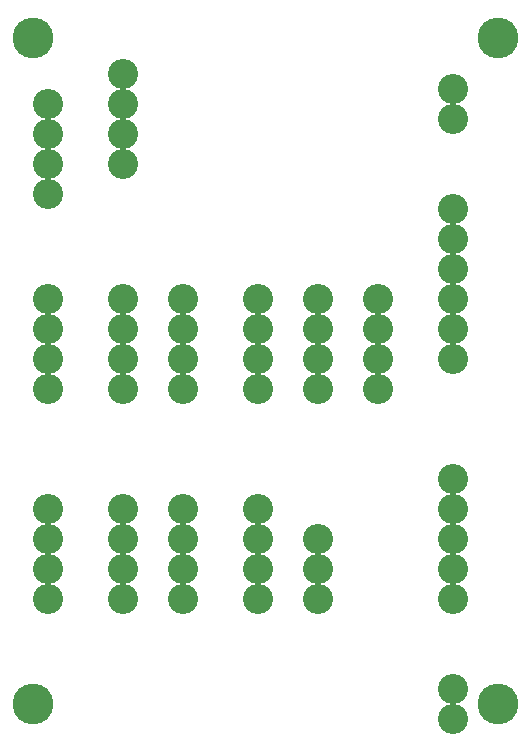
<source format=gbs>
G04 MADE WITH FRITZING*
G04 WWW.FRITZING.ORG*
G04 DOUBLE SIDED*
G04 HOLES PLATED*
G04 CONTOUR ON CENTER OF CONTOUR VECTOR*
%ASAXBY*%
%FSLAX23Y23*%
%MOIN*%
%OFA0B0*%
%SFA1.0B1.0*%
%ADD10C,0.100551*%
%ADD11C,0.135984*%
%LNMASK0*%
G90*
G70*
G54D10*
X1513Y199D03*
X1513Y99D03*
X163Y2149D03*
X163Y2049D03*
X163Y1949D03*
X163Y1849D03*
X863Y799D03*
X863Y699D03*
X863Y599D03*
X863Y499D03*
X163Y799D03*
X163Y699D03*
X163Y599D03*
X163Y499D03*
X413Y799D03*
X413Y699D03*
X413Y599D03*
X413Y499D03*
X613Y799D03*
X613Y699D03*
X613Y599D03*
X613Y499D03*
X163Y1499D03*
X163Y1399D03*
X163Y1299D03*
X163Y1199D03*
X1263Y1499D03*
X1263Y1399D03*
X1263Y1299D03*
X1263Y1199D03*
X413Y2249D03*
X413Y2149D03*
X413Y2049D03*
X413Y1949D03*
X413Y1499D03*
X413Y1399D03*
X413Y1299D03*
X413Y1199D03*
X1063Y1499D03*
X1063Y1399D03*
X1063Y1299D03*
X1063Y1199D03*
X613Y1499D03*
X613Y1399D03*
X613Y1299D03*
X613Y1199D03*
X863Y1499D03*
X863Y1399D03*
X863Y1299D03*
X863Y1199D03*
X1513Y2199D03*
X1513Y2099D03*
X1513Y1799D03*
X1513Y1699D03*
X1513Y1599D03*
X1513Y1499D03*
X1513Y1399D03*
X1513Y1299D03*
G54D11*
X113Y2370D03*
G54D10*
X1513Y899D03*
X1513Y799D03*
X1513Y699D03*
X1513Y599D03*
X1513Y499D03*
G54D11*
X1663Y149D03*
X1663Y2370D03*
X113Y149D03*
G54D10*
X1063Y699D03*
X1063Y599D03*
X1063Y499D03*
G04 End of Mask0*
M02*
</source>
